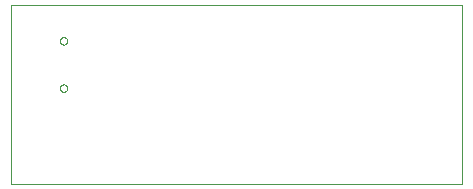
<source format=gbp>
G75*
%MOIN*%
%OFA0B0*%
%FSLAX25Y25*%
%IPPOS*%
%LPD*%
%AMOC8*
5,1,8,0,0,1.08239X$1,22.5*
%
%ADD10C,0.00000*%
D10*
X0008000Y0002750D02*
X0008000Y0062711D01*
X0158201Y0062711D01*
X0158201Y0002750D01*
X0008000Y0002750D01*
X0024191Y0034876D02*
X0024193Y0034946D01*
X0024199Y0035016D01*
X0024209Y0035085D01*
X0024222Y0035154D01*
X0024240Y0035222D01*
X0024261Y0035289D01*
X0024286Y0035354D01*
X0024315Y0035418D01*
X0024347Y0035481D01*
X0024383Y0035541D01*
X0024422Y0035599D01*
X0024464Y0035655D01*
X0024509Y0035709D01*
X0024557Y0035760D01*
X0024608Y0035808D01*
X0024662Y0035853D01*
X0024718Y0035895D01*
X0024776Y0035934D01*
X0024836Y0035970D01*
X0024899Y0036002D01*
X0024963Y0036031D01*
X0025028Y0036056D01*
X0025095Y0036077D01*
X0025163Y0036095D01*
X0025232Y0036108D01*
X0025301Y0036118D01*
X0025371Y0036124D01*
X0025441Y0036126D01*
X0025511Y0036124D01*
X0025581Y0036118D01*
X0025650Y0036108D01*
X0025719Y0036095D01*
X0025787Y0036077D01*
X0025854Y0036056D01*
X0025919Y0036031D01*
X0025983Y0036002D01*
X0026046Y0035970D01*
X0026106Y0035934D01*
X0026164Y0035895D01*
X0026220Y0035853D01*
X0026274Y0035808D01*
X0026325Y0035760D01*
X0026373Y0035709D01*
X0026418Y0035655D01*
X0026460Y0035599D01*
X0026499Y0035541D01*
X0026535Y0035481D01*
X0026567Y0035418D01*
X0026596Y0035354D01*
X0026621Y0035289D01*
X0026642Y0035222D01*
X0026660Y0035154D01*
X0026673Y0035085D01*
X0026683Y0035016D01*
X0026689Y0034946D01*
X0026691Y0034876D01*
X0026689Y0034806D01*
X0026683Y0034736D01*
X0026673Y0034667D01*
X0026660Y0034598D01*
X0026642Y0034530D01*
X0026621Y0034463D01*
X0026596Y0034398D01*
X0026567Y0034334D01*
X0026535Y0034271D01*
X0026499Y0034211D01*
X0026460Y0034153D01*
X0026418Y0034097D01*
X0026373Y0034043D01*
X0026325Y0033992D01*
X0026274Y0033944D01*
X0026220Y0033899D01*
X0026164Y0033857D01*
X0026106Y0033818D01*
X0026046Y0033782D01*
X0025983Y0033750D01*
X0025919Y0033721D01*
X0025854Y0033696D01*
X0025787Y0033675D01*
X0025719Y0033657D01*
X0025650Y0033644D01*
X0025581Y0033634D01*
X0025511Y0033628D01*
X0025441Y0033626D01*
X0025371Y0033628D01*
X0025301Y0033634D01*
X0025232Y0033644D01*
X0025163Y0033657D01*
X0025095Y0033675D01*
X0025028Y0033696D01*
X0024963Y0033721D01*
X0024899Y0033750D01*
X0024836Y0033782D01*
X0024776Y0033818D01*
X0024718Y0033857D01*
X0024662Y0033899D01*
X0024608Y0033944D01*
X0024557Y0033992D01*
X0024509Y0034043D01*
X0024464Y0034097D01*
X0024422Y0034153D01*
X0024383Y0034211D01*
X0024347Y0034271D01*
X0024315Y0034334D01*
X0024286Y0034398D01*
X0024261Y0034463D01*
X0024240Y0034530D01*
X0024222Y0034598D01*
X0024209Y0034667D01*
X0024199Y0034736D01*
X0024193Y0034806D01*
X0024191Y0034876D01*
X0024191Y0050624D02*
X0024193Y0050694D01*
X0024199Y0050764D01*
X0024209Y0050833D01*
X0024222Y0050902D01*
X0024240Y0050970D01*
X0024261Y0051037D01*
X0024286Y0051102D01*
X0024315Y0051166D01*
X0024347Y0051229D01*
X0024383Y0051289D01*
X0024422Y0051347D01*
X0024464Y0051403D01*
X0024509Y0051457D01*
X0024557Y0051508D01*
X0024608Y0051556D01*
X0024662Y0051601D01*
X0024718Y0051643D01*
X0024776Y0051682D01*
X0024836Y0051718D01*
X0024899Y0051750D01*
X0024963Y0051779D01*
X0025028Y0051804D01*
X0025095Y0051825D01*
X0025163Y0051843D01*
X0025232Y0051856D01*
X0025301Y0051866D01*
X0025371Y0051872D01*
X0025441Y0051874D01*
X0025511Y0051872D01*
X0025581Y0051866D01*
X0025650Y0051856D01*
X0025719Y0051843D01*
X0025787Y0051825D01*
X0025854Y0051804D01*
X0025919Y0051779D01*
X0025983Y0051750D01*
X0026046Y0051718D01*
X0026106Y0051682D01*
X0026164Y0051643D01*
X0026220Y0051601D01*
X0026274Y0051556D01*
X0026325Y0051508D01*
X0026373Y0051457D01*
X0026418Y0051403D01*
X0026460Y0051347D01*
X0026499Y0051289D01*
X0026535Y0051229D01*
X0026567Y0051166D01*
X0026596Y0051102D01*
X0026621Y0051037D01*
X0026642Y0050970D01*
X0026660Y0050902D01*
X0026673Y0050833D01*
X0026683Y0050764D01*
X0026689Y0050694D01*
X0026691Y0050624D01*
X0026689Y0050554D01*
X0026683Y0050484D01*
X0026673Y0050415D01*
X0026660Y0050346D01*
X0026642Y0050278D01*
X0026621Y0050211D01*
X0026596Y0050146D01*
X0026567Y0050082D01*
X0026535Y0050019D01*
X0026499Y0049959D01*
X0026460Y0049901D01*
X0026418Y0049845D01*
X0026373Y0049791D01*
X0026325Y0049740D01*
X0026274Y0049692D01*
X0026220Y0049647D01*
X0026164Y0049605D01*
X0026106Y0049566D01*
X0026046Y0049530D01*
X0025983Y0049498D01*
X0025919Y0049469D01*
X0025854Y0049444D01*
X0025787Y0049423D01*
X0025719Y0049405D01*
X0025650Y0049392D01*
X0025581Y0049382D01*
X0025511Y0049376D01*
X0025441Y0049374D01*
X0025371Y0049376D01*
X0025301Y0049382D01*
X0025232Y0049392D01*
X0025163Y0049405D01*
X0025095Y0049423D01*
X0025028Y0049444D01*
X0024963Y0049469D01*
X0024899Y0049498D01*
X0024836Y0049530D01*
X0024776Y0049566D01*
X0024718Y0049605D01*
X0024662Y0049647D01*
X0024608Y0049692D01*
X0024557Y0049740D01*
X0024509Y0049791D01*
X0024464Y0049845D01*
X0024422Y0049901D01*
X0024383Y0049959D01*
X0024347Y0050019D01*
X0024315Y0050082D01*
X0024286Y0050146D01*
X0024261Y0050211D01*
X0024240Y0050278D01*
X0024222Y0050346D01*
X0024209Y0050415D01*
X0024199Y0050484D01*
X0024193Y0050554D01*
X0024191Y0050624D01*
M02*

</source>
